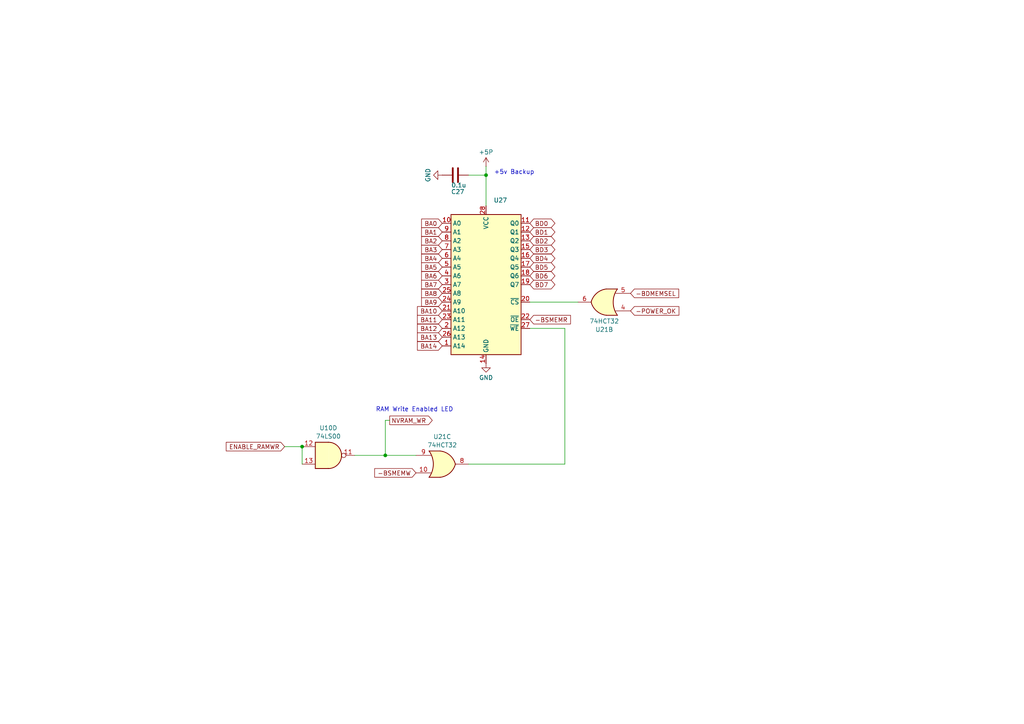
<source format=kicad_sch>
(kicad_sch (version 20231120) (generator "eeschema") (generator_version "8.0")
  (paper "A4")
  (title_block (title "386SX Embedded Expansion Card") (date "2024-07-26") (rev "1.0-001") (company "Circuit Cellar/Computer Applications Journal") (comment 1 "Redraw by Richard Cini 07/2024") (comment 2 "Original by Ed Nisley"))
  (lib_symbols
    (symbol "74xx:74LS00" (pin_names (offset 1.016))
      (property "Reference" "U" (at 0 1.27 0))
      (property "Value" "74LS00" (at 0 -1.27 0))
      (symbol "74LS00_1_1"
        (arc (start 0 -3.81) (mid 3.7934 0) (end 0 3.81) (stroke (width 0.254)) (fill (type background)))
        (polyline (pts (xy 0 3.81) (xy -3.81 3.81) (xy -3.81 -3.81) (xy 0 -3.81)) (stroke (width 0.254)) (fill (type background)))
        (pin input line (at -7.62 2.54 0) (length 3.81) (name "~") (number "1"))
        (pin input line (at -7.62 -2.54 0) (length 3.81) (name "~") (number "2"))
        (pin output inverted (at 7.62 0 180) (length 3.81) (name "~") (number "3"))
      )
      (symbol "74LS00_1_2"
        (arc (start -3.81 -3.81) (mid -2.589 0) (end -3.81 3.81) (stroke (width 0.254)))
        (arc (start -0.6096 -3.81) (mid 2.1842 -2.5851) (end 3.81 0) (stroke (width 0.254)) (fill (type background)))
        (polyline (pts (xy -3.81 -3.81) (xy -0.635 -3.81)) (stroke (width 0.254)) (fill (type background)))
        (polyline (pts (xy -3.81 3.81) (xy -0.635 3.81)) (stroke (width 0.254)) (fill (type background)))
        (polyline (pts (xy -0.635 3.81) (xy -3.81 3.81) (xy -3.81 3.81) (xy -3.556 3.4036) (xy -3.0226 2.2606) (xy -2.6924 1.0414) (xy -2.6162 -0.254) (xy -2.7686 -1.4986) (xy -3.175 -2.7178) (xy -3.81 -3.81) (xy -3.81 -3.81) (xy -0.635 -3.81)) (stroke (width -25.4)) (fill (type background)))
        (arc (start 3.81 0) (mid 2.1915 2.5936) (end -0.6096 3.81) (stroke (width 0.254)) (fill (type background)))
        (pin input inverted (at -7.62 2.54 0) (length 4.318) (name "~") (number "1"))
        (pin input inverted (at -7.62 -2.54 0) (length 4.318) (name "~") (number "2"))
        (pin output line (at 7.62 0 180) (length 3.81) (name "~") (number "3"))
      )
      (symbol "74LS00_2_1"
        (arc (start 0 -3.81) (mid 3.7934 0) (end 0 3.81) (stroke (width 0.254)) (fill (type background)))
        (polyline (pts (xy 0 3.81) (xy -3.81 3.81) (xy -3.81 -3.81) (xy 0 -3.81)) (stroke (width 0.254)) (fill (type background)))
        (pin input line (at -7.62 2.54 0) (length 3.81) (name "~") (number "4"))
        (pin input line (at -7.62 -2.54 0) (length 3.81) (name "~") (number "5"))
        (pin output inverted (at 7.62 0 180) (length 3.81) (name "~") (number "6"))
      )
      (symbol "74LS00_2_2"
        (arc (start -3.81 -3.81) (mid -2.589 0) (end -3.81 3.81) (stroke (width 0.254)))
        (arc (start -0.6096 -3.81) (mid 2.1842 -2.5851) (end 3.81 0) (stroke (width 0.254)) (fill (type background)))
        (polyline (pts (xy -3.81 -3.81) (xy -0.635 -3.81)) (stroke (width 0.254)) (fill (type background)))
        (polyline (pts (xy -3.81 3.81) (xy -0.635 3.81)) (stroke (width 0.254)) (fill (type background)))
        (polyline (pts (xy -0.635 3.81) (xy -3.81 3.81) (xy -3.81 3.81) (xy -3.556 3.4036) (xy -3.0226 2.2606) (xy -2.6924 1.0414) (xy -2.6162 -0.254) (xy -2.7686 -1.4986) (xy -3.175 -2.7178) (xy -3.81 -3.81) (xy -3.81 -3.81) (xy -0.635 -3.81)) (stroke (width -25.4)) (fill (type background)))
        (arc (start 3.81 0) (mid 2.1915 2.5936) (end -0.6096 3.81) (stroke (width 0.254)) (fill (type background)))
        (pin input inverted (at -7.62 2.54 0) (length 4.318) (name "~") (number "4"))
        (pin input inverted (at -7.62 -2.54 0) (length 4.318) (name "~") (number "5"))
        (pin output line (at 7.62 0 180) (length 3.81) (name "~") (number "6"))
      )
      (symbol "74LS00_3_1"
        (arc (start 0 -3.81) (mid 3.7934 0) (end 0 3.81) (stroke (width 0.254)) (fill (type background)))
        (polyline (pts (xy 0 3.81) (xy -3.81 3.81) (xy -3.81 -3.81) (xy 0 -3.81)) (stroke (width 0.254)) (fill (type background)))
        (pin input line (at -7.62 -2.54 0) (length 3.81) (name "~") (number "10"))
        (pin output inverted (at 7.62 0 180) (length 3.81) (name "~") (number "8"))
        (pin input line (at -7.62 2.54 0) (length 3.81) (name "~") (number "9"))
      )
      (symbol "74LS00_3_2"
        (arc (start -3.81 -3.81) (mid -2.589 0) (end -3.81 3.81) (stroke (width 0.254)))
        (arc (start -0.6096 -3.81) (mid 2.1842 -2.5851) (end 3.81 0) (stroke (width 0.254)) (fill (type background)))
        (polyline (pts (xy -3.81 -3.81) (xy -0.635 -3.81)) (stroke (width 0.254)) (fill (type background)))
        (polyline (pts (xy -3.81 3.81) (xy -0.635 3.81)) (stroke (width 0.254)) (fill (type background)))
        (polyline (pts (xy -0.635 3.81) (xy -3.81 3.81) (xy -3.81 3.81) (xy -3.556 3.4036) (xy -3.0226 2.2606) (xy -2.6924 1.0414) (xy -2.6162 -0.254) (xy -2.7686 -1.4986) (xy -3.175 -2.7178) (xy -3.81 -3.81) (xy -3.81 -3.81) (xy -0.635 -3.81)) (stroke (width -25.4)) (fill (type background)))
        (arc (start 3.81 0) (mid 2.1915 2.5936) (end -0.6096 3.81) (stroke (width 0.254)) (fill (type background)))
        (pin input inverted (at -7.62 -2.54 0) (length 4.318) (name "~") (number "10"))
        (pin output line (at 7.62 0 180) (length 3.81) (name "~") (number "8"))
        (pin input inverted (at -7.62 2.54 0) (length 4.318) (name "~") (number "9"))
      )
      (symbol "74LS00_4_1"
        (arc (start 0 -3.81) (mid 3.7934 0) (end 0 3.81) (stroke (width 0.254)) (fill (type background)))
        (polyline (pts (xy 0 3.81) (xy -3.81 3.81) (xy -3.81 -3.81) (xy 0 -3.81)) (stroke (width 0.254)) (fill (type background)))
        (pin output inverted (at 7.62 0 180) (length 3.81) (name "~") (number "11"))
        (pin input line (at -7.62 2.54 0) (length 3.81) (name "~") (number "12"))
        (pin input line (at -7.62 -2.54 0) (length 3.81) (name "~") (number "13"))
      )
      (symbol "74LS00_4_2"
        (arc (start -3.81 -3.81) (mid -2.589 0) (end -3.81 3.81) (stroke (width 0.254)))
        (arc (start -0.6096 -3.81) (mid 2.1842 -2.5851) (end 3.81 0) (stroke (width 0.254)) (fill (type background)))
        (polyline (pts (xy -3.81 -3.81) (xy -0.635 -3.81)) (stroke (width 0.254)) (fill (type background)))
        (polyline (pts (xy -3.81 3.81) (xy -0.635 3.81)) (stroke (width 0.254)) (fill (type background)))
        (polyline (pts (xy -0.635 3.81) (xy -3.81 3.81) (xy -3.81 3.81) (xy -3.556 3.4036) (xy -3.0226 2.2606) (xy -2.6924 1.0414) (xy -2.6162 -0.254) (xy -2.7686 -1.4986) (xy -3.175 -2.7178) (xy -3.81 -3.81) (xy -3.81 -3.81) (xy -0.635 -3.81)) (stroke (width -25.4)) (fill (type background)))
        (arc (start 3.81 0) (mid 2.1915 2.5936) (end -0.6096 3.81) (stroke (width 0.254)) (fill (type background)))
        (pin output line (at 7.62 0 180) (length 3.81) (name "~") (number "11"))
        (pin input inverted (at -7.62 2.54 0) (length 4.318) (name "~") (number "12"))
        (pin input inverted (at -7.62 -2.54 0) (length 4.318) (name "~") (number "13"))
      )
      (symbol "74LS00_5_0"
        (pin power_in line (at 0 12.7 270) (length 5.08) (name "VCC") (number "14"))
        (pin power_in line (at 0 -12.7 90) (length 5.08) (name "GND") (number "7"))
      )
      (symbol "74LS00_5_1"
        (rectangle (start -5.08 7.62) (end 5.08 -7.62) (stroke (width 0.254)) (fill (type background)))
      )
    )
    (symbol "74xx:74LS32" (pin_names (offset 1.016))
      (property "Reference" "U" (at 0 1.27 0))
      (property "Value" "74LS32" (at 0 -1.27 0))
      (symbol "74LS32_1_1"
        (arc (start -3.81 -3.81) (mid -2.589 0) (end -3.81 3.81) (stroke (width 0.254)))
        (arc (start -0.6096 -3.81) (mid 2.1842 -2.5851) (end 3.81 0) (stroke (width 0.254)) (fill (type background)))
        (polyline (pts (xy -3.81 -3.81) (xy -0.635 -3.81)) (stroke (width 0.254)) (fill (type background)))
        (polyline (pts (xy -3.81 3.81) (xy -0.635 3.81)) (stroke (width 0.254)) (fill (type background)))
        (polyline (pts (xy -0.635 3.81) (xy -3.81 3.81) (xy -3.81 3.81) (xy -3.556 3.4036) (xy -3.0226 2.2606) (xy -2.6924 1.0414) (xy -2.6162 -0.254) (xy -2.7686 -1.4986) (xy -3.175 -2.7178) (xy -3.81 -3.81) (xy -3.81 -3.81) (xy -0.635 -3.81)) (stroke (width -25.4)) (fill (type background)))
        (arc (start 3.81 0) (mid 2.1915 2.5936) (end -0.6096 3.81) (stroke (width 0.254)) (fill (type background)))
        (pin input line (at -7.62 2.54 0) (length 4.318) (name "~") (number "1"))
        (pin input line (at -7.62 -2.54 0) (length 4.318) (name "~") (number "2"))
        (pin output line (at 7.62 0 180) (length 3.81) (name "~") (number "3"))
      )
      (symbol "74LS32_1_2"
        (arc (start 0 -3.81) (mid 3.7934 0) (end 0 3.81) (stroke (width 0.254)) (fill (type background)))
        (polyline (pts (xy 0 3.81) (xy -3.81 3.81) (xy -3.81 -3.81) (xy 0 -3.81)) (stroke (width 0.254)) (fill (type background)))
        (pin input inverted (at -7.62 2.54 0) (length 3.81) (name "~") (number "1"))
        (pin input inverted (at -7.62 -2.54 0) (length 3.81) (name "~") (number "2"))
        (pin output inverted (at 7.62 0 180) (length 3.81) (name "~") (number "3"))
      )
      (symbol "74LS32_2_1"
        (arc (start -3.81 -3.81) (mid -2.589 0) (end -3.81 3.81) (stroke (width 0.254)))
        (arc (start -0.6096 -3.81) (mid 2.1842 -2.5851) (end 3.81 0) (stroke (width 0.254)) (fill (type background)))
        (polyline (pts (xy -3.81 -3.81) (xy -0.635 -3.81)) (stroke (width 0.254)) (fill (type background)))
        (polyline (pts (xy -3.81 3.81) (xy -0.635 3.81)) (stroke (width 0.254)) (fill (type background)))
        (polyline (pts (xy -0.635 3.81) (xy -3.81 3.81) (xy -3.81 3.81) (xy -3.556 3.4036) (xy -3.0226 2.2606) (xy -2.6924 1.0414) (xy -2.6162 -0.254) (xy -2.7686 -1.4986) (xy -3.175 -2.7178) (xy -3.81 -3.81) (xy -3.81 -3.81) (xy -0.635 -3.81)) (stroke (width -25.4)) (fill (type background)))
        (arc (start 3.81 0) (mid 2.1915 2.5936) (end -0.6096 3.81) (stroke (width 0.254)) (fill (type background)))
        (pin input line (at -7.62 2.54 0) (length 4.318) (name "~") (number "4"))
        (pin input line (at -7.62 -2.54 0) (length 4.318) (name "~") (number "5"))
        (pin output line (at 7.62 0 180) (length 3.81) (name "~") (number "6"))
      )
      (symbol "74LS32_2_2"
        (arc (start 0 -3.81) (mid 3.7934 0) (end 0 3.81) (stroke (width 0.254)) (fill (type background)))
        (polyline (pts (xy 0 3.81) (xy -3.81 3.81) (xy -3.81 -3.81) (xy 0 -3.81)) (stroke (width 0.254)) (fill (type background)))
        (pin input inverted (at -7.62 2.54 0) (length 3.81) (name "~") (number "4"))
        (pin input inverted (at -7.62 -2.54 0) (length 3.81) (name "~") (number "5"))
        (pin output inverted (at 7.62 0 180) (length 3.81) (name "~") (number "6"))
      )
      (symbol "74LS32_3_1"
        (arc (start -3.81 -3.81) (mid -2.589 0) (end -3.81 3.81) (stroke (width 0.254)))
        (arc (start -0.6096 -3.81) (mid 2.1842 -2.5851) (end 3.81 0) (stroke (width 0.254)) (fill (type background)))
        (polyline (pts (xy -3.81 -3.81) (xy -0.635 -3.81)) (stroke (width 0.254)) (fill (type background)))
        (polyline (pts (xy -3.81 3.81) (xy -0.635 3.81)) (stroke (width 0.254)) (fill (type background)))
        (polyline (pts (xy -0.635 3.81) (xy -3.81 3.81) (xy -3.81 3.81) (xy -3.556 3.4036) (xy -3.0226 2.2606) (xy -2.6924 1.0414) (xy -2.6162 -0.254) (xy -2.7686 -1.4986) (xy -3.175 -2.7178) (xy -3.81 -3.81) (xy -3.81 -3.81) (xy -0.635 -3.81)) (stroke (width -25.4)) (fill (type background)))
        (arc (start 3.81 0) (mid 2.1915 2.5936) (end -0.6096 3.81) (stroke (width 0.254)) (fill (type background)))
        (pin input line (at -7.62 -2.54 0) (length 4.318) (name "~") (number "10"))
        (pin output line (at 7.62 0 180) (length 3.81) (name "~") (number "8"))
        (pin input line (at -7.62 2.54 0) (length 4.318) (name "~") (number "9"))
      )
      (symbol "74LS32_3_2"
        (arc (start 0 -3.81) (mid 3.7934 0) (end 0 3.81) (stroke (width 0.254)) (fill (type background)))
        (polyline (pts (xy 0 3.81) (xy -3.81 3.81) (xy -3.81 -3.81) (xy 0 -3.81)) (stroke (width 0.254)) (fill (type background)))
        (pin input inverted (at -7.62 -2.54 0) (length 3.81) (name "~") (number "10"))
        (pin output inverted (at 7.62 0 180) (length 3.81) (name "~") (number "8"))
        (pin input inverted (at -7.62 2.54 0) (length 3.81) (name "~") (number "9"))
      )
      (symbol "74LS32_4_1"
        (arc (start -3.81 -3.81) (mid -2.589 0) (end -3.81 3.81) (stroke (width 0.254)))
        (arc (start -0.6096 -3.81) (mid 2.1842 -2.5851) (end 3.81 0) (stroke (width 0.254)) (fill (type background)))
        (polyline (pts (xy -3.81 -3.81) (xy -0.635 -3.81)) (stroke (width 0.254)) (fill (type background)))
        (polyline (pts (xy -3.81 3.81) (xy -0.635 3.81)) (stroke (width 0.254)) (fill (type background)))
        (polyline (pts (xy -0.635 3.81) (xy -3.81 3.81) (xy -3.81 3.81) (xy -3.556 3.4036) (xy -3.0226 2.2606) (xy -2.6924 1.0414) (xy -2.6162 -0.254) (xy -2.7686 -1.4986) (xy -3.175 -2.7178) (xy -3.81 -3.81) (xy -3.81 -3.81) (xy -0.635 -3.81)) (stroke (width -25.4)) (fill (type background)))
        (arc (start 3.81 0) (mid 2.1915 2.5936) (end -0.6096 3.81) (stroke (width 0.254)) (fill (type background)))
        (pin output line (at 7.62 0 180) (length 3.81) (name "~") (number "11"))
        (pin input line (at -7.62 2.54 0) (length 4.318) (name "~") (number "12"))
        (pin input line (at -7.62 -2.54 0) (length 4.318) (name "~") (number "13"))
      )
      (symbol "74LS32_4_2"
        (arc (start 0 -3.81) (mid 3.7934 0) (end 0 3.81) (stroke (width 0.254)) (fill (type background)))
        (polyline (pts (xy 0 3.81) (xy -3.81 3.81) (xy -3.81 -3.81) (xy 0 -3.81)) (stroke (width 0.254)) (fill (type background)))
        (pin output inverted (at 7.62 0 180) (length 3.81) (name "~") (number "11"))
        (pin input inverted (at -7.62 2.54 0) (length 3.81) (name "~") (number "12"))
        (pin input inverted (at -7.62 -2.54 0) (length 3.81) (name "~") (number "13"))
      )
      (symbol "74LS32_5_0"
        (pin power_in line (at 0 12.7 270) (length 5.08) (name "VCC") (number "14"))
        (pin power_in line (at 0 -12.7 90) (length 5.08) (name "GND") (number "7"))
      )
      (symbol "74LS32_5_1"
        (rectangle (start -5.08 7.62) (end 5.08 -7.62) (stroke (width 0.254)) (fill (type background)))
      )
    )
    (symbol "Device:C" (pin_numbers hide) (pin_names (offset 0.254))
      (property "Reference" "C" (at 0.635 2.54 0))
      (property "Value" "C" (at 0.635 -2.54 0))
      (symbol "C_0_1"
        (polyline (pts (xy -2.032 -0.762) (xy 2.032 -0.762)) (stroke (width 0.508)))
        (polyline (pts (xy -2.032 0.762) (xy 2.032 0.762)) (stroke (width 0.508)))
      )
      (symbol "C_1_1"
        (pin passive line (at 0 3.81 270) (length 2.794) (name "~") (number "1"))
        (pin passive line (at 0 -3.81 90) (length 2.794) (name "~") (number "2"))
      )
    )
    (symbol "Memory_RAM:HM62256BLP"
      (property "Reference" "U" (at -10.16 20.955 0))
      (property "Value" "HM62256BLP" (at 2.54 20.955 0))
      (symbol "HM62256BLP_0_0"
        (pin power_in line (at 0 -22.86 90) (length 2.54) (name "GND") (number "14"))
        (pin power_in line (at 0 22.86 270) (length 2.54) (name "VCC") (number "28"))
      )
      (symbol "HM62256BLP_0_1"
        (rectangle (start -10.16 20.32) (end 10.16 -20.32) (stroke (width 0.254)) (fill (type background)))
      )
      (symbol "HM62256BLP_1_1"
        (pin input line (at -12.7 -17.78 0) (length 2.54) (name "A14") (number "1"))
        (pin input line (at -12.7 17.78 0) (length 2.54) (name "A0") (number "10"))
        (pin tri_state line (at 12.7 17.78 180) (length 2.54) (name "Q0") (number "11"))
        (pin tri_state line (at 12.7 15.24 180) (length 2.54) (name "Q1") (number "12"))
        (pin tri_state line (at 12.7 12.7 180) (length 2.54) (name "Q2") (number "13"))
        (pin tri_state line (at 12.7 10.16 180) (length 2.54) (name "Q3") (number "15"))
        (pin tri_state line (at 12.7 7.62 180) (length 2.54) (name "Q4") (number "16"))
        (pin tri_state line (at 12.7 5.08 180) (length 2.54) (name "Q5") (number "17"))
        (pin tri_state line (at 12.7 2.54 180) (length 2.54) (name "Q6") (number "18"))
        (pin tri_state line (at 12.7 0 180) (length 2.54) (name "Q7") (number "19"))
        (pin input line (at -12.7 -12.7 0) (length 2.54) (name "A12") (number "2"))
        (pin input line (at 12.7 -5.08 180) (length 2.54) (name "~{CS}") (number "20"))
        (pin input line (at -12.7 -7.62 0) (length 2.54) (name "A10") (number "21"))
        (pin input line (at 12.7 -10.16 180) (length 2.54) (name "~{OE}") (number "22"))
        (pin input line (at -12.7 -10.16 0) (length 2.54) (name "A11") (number "23"))
        (pin input line (at -12.7 -5.08 0) (length 2.54) (name "A9") (number "24"))
        (pin input line (at -12.7 -2.54 0) (length 2.54) (name "A8") (number "25"))
        (pin input line (at -12.7 -15.24 0) (length 2.54) (name "A13") (number "26"))
        (pin input line (at 12.7 -12.7 180) (length 2.54) (name "~{WE}") (number "27"))
        (pin input line (at -12.7 0 0) (length 2.54) (name "A7") (number "3"))
        (pin input line (at -12.7 2.54 0) (length 2.54) (name "A6") (number "4"))
        (pin input line (at -12.7 5.08 0) (length 2.54) (name "A5") (number "5"))
        (pin input line (at -12.7 7.62 0) (length 2.54) (name "A4") (number "6"))
        (pin input line (at -12.7 10.16 0) (length 2.54) (name "A3") (number "7"))
        (pin input line (at -12.7 12.7 0) (length 2.54) (name "A2") (number "8"))
        (pin input line (at -12.7 15.24 0) (length 2.54) (name "A1") (number "9"))
      )
    )
    (symbol "power:+5P" (power) (pin_numbers hide) (pin_names (offset 0) hide)
      (property "Value" "+5P" (at 0 3.556 0))
      (symbol "+5P_0_1"
        (polyline (pts (xy -0.762 1.27) (xy 0 2.54)))
        (polyline (pts (xy 0 0) (xy 0 2.54)))
        (polyline (pts (xy 0 2.54) (xy 0.762 1.27)))
      )
      (symbol "+5P_1_1"
        (pin power_in line (at 0 0 90) (length 0) (name "~") (number "1"))
      )
    )
    (symbol "power:GND" (power) (pin_numbers hide) (pin_names (offset 0) hide)
      (property "Value" "GND" (at 0 -3.81 0))
      (symbol "GND_0_1"
        (polyline (pts (xy 0 0) (xy 0 -1.27) (xy 1.27 -1.27) (xy 0 -2.54) (xy -1.27 -1.27) (xy 0 -1.27)))
      )
      (symbol "GND_1_1"
        (pin power_in line (at 0 0 270) (length 0) (name "~") (number "1"))
      )
    )
  )
  (junction (at 140.97 50.8))
  (junction (at 87.63 129.54))
  (junction (at 111.76 132.08))
  (wire (pts (xy 163.83 95.25) (xy 153.67 95.25)))
  (wire (pts (xy 87.63 129.54) (xy 87.63 134.62)))
  (wire (pts (xy 140.97 48.26) (xy 140.97 50.8)))
  (wire (pts (xy 135.89 50.8) (xy 140.97 50.8)))
  (wire (pts (xy 82.55 129.54) (xy 87.63 129.54)))
  (wire (pts (xy 102.87 132.08) (xy 111.76 132.08)))
  (wire (pts (xy 111.76 121.92) (xy 111.76 132.08)))
  (wire (pts (xy 153.67 87.63) (xy 167.64 87.63)))
  (wire (pts (xy 113.03 121.92) (xy 111.76 121.92)))
  (wire (pts (xy 111.76 132.08) (xy 120.65 132.08)))
  (wire (pts (xy 135.89 134.62) (xy 163.83 134.62)))
  (wire (pts (xy 163.83 134.62) (xy 163.83 95.25)))
  (wire (pts (xy 140.97 50.8) (xy 140.97 59.69)))
  (text "+5v Backup" (at 143.256 50.038 0) (effects (font (size 1.27 1.27)) (justify left)))
  (text "RAM Write Enabled LED" (at 108.966 118.872 0) (effects (font (size 1.27 1.27)) (justify left)))
  (global_label "BA14" (shape input) (at 128.27 100.33 180) (property "Intersheetrefs" "${INTERSHEET_REFS}" (at 120.5072 100.33 0) (effects (justify right))))
  (global_label "BA5" (shape input) (at 128.27 77.47 180) (property "Intersheetrefs" "${INTERSHEET_REFS}" (at 121.7167 77.47 0) (effects (justify right))))
  (global_label "BA7" (shape input) (at 128.27 82.55 180) (property "Intersheetrefs" "${INTERSHEET_REFS}" (at 121.7167 82.55 0) (effects (justify right))))
  (global_label "-BSMEMW" (shape input) (at 120.65 137.16 180) (property "Intersheetrefs" "${INTERSHEET_REFS}" (at 109.3192 137.16 0) (effects (justify right))))
  (global_label "BD2" (shape bidirectional) (at 153.67 69.85 0) (property "Intersheetrefs" "${INTERSHEET_REFS}" (at 161.516 69.85 0) (effects (justify left))))
  (global_label "BA11" (shape input) (at 128.27 92.71 180) (property "Intersheetrefs" "${INTERSHEET_REFS}" (at 121.7167 92.71 0) (effects (justify right))))
  (global_label "BA10" (shape input) (at 128.27 90.17 180) (property "Intersheetrefs" "${INTERSHEET_REFS}" (at 121.7167 90.17 0) (effects (justify right))))
  (global_label "BA2" (shape input) (at 128.27 69.85 180) (property "Intersheetrefs" "${INTERSHEET_REFS}" (at 121.7167 69.85 0) (effects (justify right))))
  (global_label "ENABLE_RAMWR" (shape input) (at 82.55 129.54 180) (property "Intersheetrefs" "${INTERSHEET_REFS}" (at 65.0506 129.54 0) (effects (justify right))))
  (global_label "BA12" (shape input) (at 128.27 95.25 180) (property "Intersheetrefs" "${INTERSHEET_REFS}" (at 121.7167 95.25 0) (effects (justify right))))
  (global_label "BA6" (shape input) (at 128.27 80.01 180) (property "Intersheetrefs" "${INTERSHEET_REFS}" (at 121.7167 80.01 0) (effects (justify right))))
  (global_label "BA8" (shape input) (at 128.27 85.09 180) (property "Intersheetrefs" "${INTERSHEET_REFS}" (at 121.7167 85.09 0) (effects (justify right))))
  (global_label "BD7" (shape bidirectional) (at 153.67 82.55 0) (property "Intersheetrefs" "${INTERSHEET_REFS}" (at 161.516 82.55 0) (effects (justify left))))
  (global_label "BA13" (shape input) (at 128.27 97.79 180) (property "Intersheetrefs" "${INTERSHEET_REFS}" (at 121.7167 97.79 0) (effects (justify right))))
  (global_label "BA0" (shape input) (at 128.27 64.77 180) (property "Intersheetrefs" "${INTERSHEET_REFS}" (at 121.7167 64.77 0) (effects (justify right))))
  (global_label "BD3" (shape bidirectional) (at 153.67 72.39 0) (property "Intersheetrefs" "${INTERSHEET_REFS}" (at 161.516 72.39 0) (effects (justify left))))
  (global_label "BD0" (shape bidirectional) (at 153.67 64.77 0) (property "Intersheetrefs" "${INTERSHEET_REFS}" (at 161.516 64.77 0) (effects (justify left))))
  (global_label "NVRAM_WR" (shape output) (at 113.03 121.92 0) (property "Intersheetrefs" "${INTERSHEET_REFS}" (at 125.9333 121.92 0) (effects (justify left))))
  (global_label "BA4" (shape input) (at 128.27 74.93 180) (property "Intersheetrefs" "${INTERSHEET_REFS}" (at 121.7167 74.93 0) (effects (justify right))))
  (global_label "BA1" (shape input) (at 128.27 67.31 180) (property "Intersheetrefs" "${INTERSHEET_REFS}" (at 121.7167 67.31 0) (effects (justify right))))
  (global_label "BD5" (shape bidirectional) (at 153.67 77.47 0) (property "Intersheetrefs" "${INTERSHEET_REFS}" (at 161.516 77.47 0) (effects (justify left))))
  (global_label "BA9" (shape input) (at 128.27 87.63 180) (property "Intersheetrefs" "${INTERSHEET_REFS}" (at 121.7167 87.63 0) (effects (justify right))))
  (global_label "BD6" (shape bidirectional) (at 153.67 80.01 0) (property "Intersheetrefs" "${INTERSHEET_REFS}" (at 161.516 80.01 0) (effects (justify left))))
  (global_label "BD1" (shape bidirectional) (at 153.67 67.31 0) (property "Intersheetrefs" "${INTERSHEET_REFS}" (at 161.516 67.31 0) (effects (justify left))))
  (global_label "BD4" (shape bidirectional) (at 153.67 74.93 0) (property "Intersheetrefs" "${INTERSHEET_REFS}" (at 161.516 74.93 0) (effects (justify left))))
  (global_label "-POWER_OK" (shape input) (at 182.88 90.17 0) (property "Intersheetrefs" "${INTERSHEET_REFS}" (at 197.4766 90.17 0) (effects (justify left))))
  (global_label "-BSMEMR" (shape input) (at 153.67 92.71 0) (property "Intersheetrefs" "${INTERSHEET_REFS}" (at 164.8194 92.71 0) (effects (justify left))))
  (global_label "BA3" (shape input) (at 128.27 72.39 180) (property "Intersheetrefs" "${INTERSHEET_REFS}" (at 121.7167 72.39 0) (effects (justify right))))
  (global_label "-BDMEMSEL" (shape input) (at 182.88 85.09 0) (property "Intersheetrefs" "${INTERSHEET_REFS}" (at 197.416 85.09 0) (effects (justify left))))
  (symbol (lib_id "power:+5P") (at 140.97 48.26 0) (unit 1)
    (property "Reference" "#PWR0127" (effects (hide yes)))
    (property "Value" "+5P" (at 140.97 44.1269 0))
    (property "Description" "Power symbol creates a global label with name \"+5P\"" (effects (hide yes)))
  )
  (symbol (lib_id "74xx:74LS00") (at 95.25 132.08 0) (unit 4)
    (property "Reference" "U10" (at 95.2417 124.1255 0))
    (property "Value" "74LS00" (at 95.2417 126.5498 0))
    (property "Footprint" "Package_DIP:DIP-14_W7.62mm_Socket" (effects (hide yes)))
    (property "Datasheet" "http://www.ti.com/lit/gpn/sn74ls00" (effects (hide yes)))
    (property "Description" "quad 2-input NAND gate" (effects (hide yes)))
  )
  (symbol (lib_id "Device:C") (at 132.08 50.8 270) (unit 1)
    (property "Reference" "C27" (at 130.81 55.626 90) (effects (justify left)))
    (property "Value" "0.1u" (at 130.8679 53.721 90) (effects (justify left)))
    (property "Footprint" "Capacitor_THT:C_Disc_D4.3mm_W1.9mm_P5.00mm" (effects (hide yes)))
  )
  (symbol (lib_id "74xx:74LS32") (at 128.27 134.62 0) (unit 3)
    (property "Reference" "U21" (at 128.27 126.6655 0))
    (property "Value" "74HCT32" (at 128.27 129.0898 0))
    (property "Footprint" "Package_DIP:DIP-14_W7.62mm_Socket" (effects (hide yes)))
    (property "Datasheet" "http://www.ti.com/lit/gpn/sn74LS32" (effects (hide yes)))
    (property "Description" "Quad 2-input OR" (effects (hide yes)))
  )
  (symbol (lib_id "Memory_RAM:HM62256BLP") (at 140.97 82.55 0) (unit 1)
    (property "Reference" "U27" (at 143.1641 58.0855 0) (effects (justify left)))
    (property "Value" "HM62256BLP" (effects (hide yes)))
    (property "Footprint" "Package_DIP:DIP-28_W15.24mm_Socket" (effects (hide yes)))
    (property "Datasheet" "https://web.mit.edu/6.115/www/document/62256.pdf" (effects (hide yes)))
    (property "Description" "32,768-word × 8-bit High Speed CMOS Static RAM, 70ns, DIP-28" (effects (hide yes)))
  )
  (symbol (lib_id "power:GND") (at 128.27 50.8 270) (unit 1)
    (property "Reference" "#PWR0126" (effects (hide yes)))
    (property "Value" "GND" (at 124.1369 50.8 0))
    (property "Description" "Power symbol creates a global label with name \"GND\" , ground" (effects (hide yes)))
  )
  (symbol (lib_id "74xx:74LS32") (at 175.26 87.63 180) (unit 2)
    (property "Reference" "U21" (at 175.26 95.5845 0))
    (property "Value" "74HCT32" (at 175.26 93.1602 0))
    (property "Footprint" "Package_DIP:DIP-14_W7.62mm_Socket" (effects (hide yes)))
    (property "Datasheet" "http://www.ti.com/lit/gpn/sn74LS32" (effects (hide yes)))
    (property "Description" "Quad 2-input OR" (effects (hide yes)))
  )
  (symbol (lib_id "power:GND") (at 140.97 105.41 0) (unit 1)
    (property "Reference" "#PWR0128" (effects (hide yes)))
    (property "Value" "GND" (at 140.97 109.5431 0))
    (property "Description" "Power symbol creates a global label with name \"GND\" , ground" (effects (hide yes)))
  )
)
</source>
